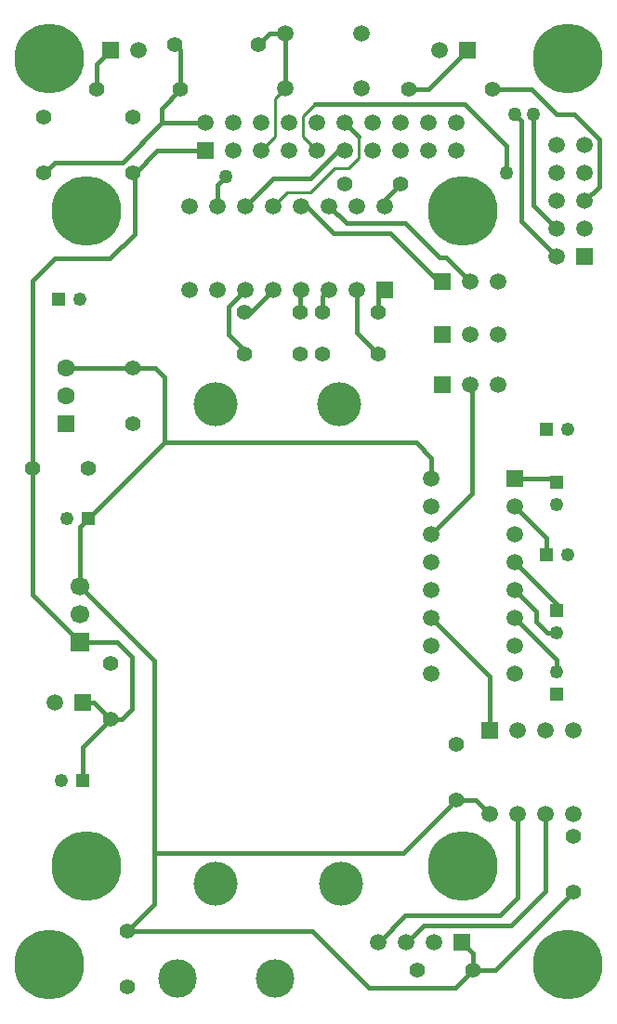
<source format=gbl>
%FSDAX24Y24*%
%MOIN*%
%SFA1B1*%

%IPPOS*%
%ADD11C,0.010000*%
%ADD12C,0.015000*%
%ADD13C,0.059100*%
%ADD14R,0.059100X0.059100*%
%ADD15C,0.055100*%
%ADD16C,0.049200*%
%ADD17R,0.049200X0.049200*%
%ADD18R,0.059100X0.059100*%
%ADD19C,0.059100*%
%ADD20R,0.049200X0.049200*%
%ADD21C,0.066900*%
%ADD22R,0.066900X0.066900*%
%ADD23R,0.059100X0.059100*%
%ADD24C,0.250000*%
%ADD25R,0.059100X0.059100*%
%ADD26C,0.137800*%
%ADD27C,0.157500*%
%ADD28R,0.063000X0.063000*%
%ADD29C,0.063000*%
%ADD30C,0.050000*%
%LNboardr2-1*%
%LPC*%
G36*
X050956Y070593D02*
X050903Y070586D01*
X050807Y070546*
X050724Y070482*
X050660Y070400*
X050620Y070303*
X050613Y070250*
X050956*
Y070593*
G37*
G36*
X067097Y071081D02*
X066981Y071065D01*
X066872Y071020*
X066779Y070949*
X066708Y070856*
X066663Y070748*
X066648Y070631*
X066663Y070515*
X066708Y070407*
X066779Y070314*
X066872Y070243*
X066981Y070198*
X067097Y070182*
X067207Y070197*
X067337Y070067*
X067309Y070026*
X067213Y070065*
X067097Y070081*
X066981Y070065*
X066872Y070020*
X066779Y069949*
X066708Y069856*
X066663Y069748*
X066648Y069632*
X066663Y069515*
X066708Y069407*
X066779Y069314*
X066872Y069243*
X066981Y069198*
X067097Y069182*
X067213Y069198*
X067321Y069243*
X067414Y069314*
X067486Y069407*
X067531Y069515*
X067546Y069632*
X067531Y069748*
X067491Y069844*
X067533Y069871*
X067977Y069427*
Y069296*
X067810*
Y068504*
X068602*
Y068681*
X068604Y068682*
X068650Y068698*
X068711Y068618*
X068794Y068554*
X068890Y068514*
X068944Y068507*
Y068900*
Y069293*
X068890Y069286*
X068794Y069246*
X068711Y069182*
X068650Y069102*
X068604Y069118*
X068602Y069119*
Y069296*
X068436*
Y069522*
X068418Y069610*
X068369Y069684*
X067531Y070521*
X067546Y070631*
X067531Y070748*
X067486Y070856*
X067414Y070949*
X067321Y071020*
X067213Y071065*
X067097Y071081*
G37*
G36*
X064047Y070581D02*
X063654D01*
X063663Y070515*
X063708Y070407*
X063779Y070314*
X063872Y070243*
X063981Y070198*
X064047Y070189*
Y070581*
G37*
G36*
X067542Y072077D02*
X066652D01*
Y071186*
X067542*
Y071402*
X068204*
Y071098*
X068381*
X068382Y071096*
X068398Y071050*
X068318Y070989*
X068254Y070906*
X068214Y070810*
X068201Y070706*
X068214Y070603*
X068254Y070507*
X068318Y070424*
X068400Y070360*
X068497Y070320*
X068600Y070307*
X068703Y070320*
X068800Y070360*
X068882Y070424*
X068946Y070507*
X068986Y070603*
X069000Y070706*
X068986Y070810*
X068946Y070906*
X068882Y070989*
X068800Y071052*
X068714Y071088*
X068703Y071092*
X068704Y071098*
X068996*
Y071890*
X068204*
Y071861*
X067542*
Y072077*
G37*
G36*
X065500Y075449D02*
X065384Y075434D01*
X065275Y075389*
X065182Y075318*
X065111Y075225*
X065066Y075116*
X065051Y075000*
X065066Y074884*
X065111Y074775*
X065182Y074682*
X065275Y074611*
X065331Y074588*
Y071199*
X064539Y070408*
X064498Y070436*
X064531Y070515*
X064539Y070581*
X064147*
Y070189*
X064213Y070198*
X064293Y070231*
X064321Y070189*
X064199Y070067*
X064097Y070081*
X063981Y070065*
X063872Y070020*
X063779Y069949*
X063708Y069856*
X063663Y069748*
X063648Y069632*
X063663Y069515*
X063708Y069407*
X063779Y069314*
X063872Y069243*
X063981Y069198*
X064097Y069182*
X064213Y069198*
X064321Y069243*
X064414Y069314*
X064486Y069407*
X064531Y069515*
X064546Y069632*
X064531Y069748*
X064530Y069750*
X065722Y070942*
X065772Y071016*
X065789Y071104*
Y074661*
X065818Y074682*
X065889Y074775*
X065934Y074884*
X065949Y075000*
X065934Y075116*
X065889Y075225*
X065818Y075318*
X065725Y075389*
X065616Y075434*
X065500Y075449*
G37*
G36*
X051750Y071950D02*
X051377D01*
X051385Y071889*
X051428Y071785*
X051496Y071696*
X051585Y071628*
X051689Y071585*
X051750Y071577*
Y071950*
G37*
G36*
X064047Y071074D02*
X063981Y071065D01*
X063872Y071020*
X063779Y070949*
X063708Y070856*
X063663Y070748*
X063654Y070682*
X064047*
Y071074*
G37*
G36*
X064147D02*
Y070682D01*
X064539*
X064531Y070748*
X064486Y070856*
X064414Y070949*
X064321Y071020*
X064213Y071065*
X064147Y071074*
G37*
G36*
X050956Y070150D02*
X050613D01*
X050620Y070097*
X050660Y070000*
X050724Y069918*
X050807Y069854*
X050903Y069814*
X050956Y069807*
Y070150*
G37*
G36*
X052550Y065423D02*
X052489Y065415D01*
X052385Y065372*
X052296Y065304*
X052228Y065215*
X052185Y065111*
X052177Y065050*
X052550*
Y065423*
G37*
G36*
X064097Y067081D02*
X063981Y067065D01*
X063872Y067020*
X063779Y066949*
X063708Y066856*
X063663Y066748*
X063648Y066631*
X063663Y066515*
X063708Y066407*
X063779Y066314*
X063872Y066243*
X063981Y066198*
X064097Y066182*
X064207Y066197*
X064337Y066067*
X064309Y066026*
X064213Y066065*
X064097Y066081*
X063981Y066065*
X063872Y066020*
X063779Y065949*
X063708Y065856*
X063663Y065748*
X063648Y065631*
X063663Y065515*
X063708Y065407*
X063779Y065314*
X063872Y065243*
X063981Y065198*
X064097Y065182*
X064213Y065198*
X064321Y065243*
X064414Y065314*
X064486Y065407*
X064531Y065515*
X064546Y065631*
X064531Y065748*
X064491Y065844*
X064533Y065871*
X065971Y064433*
Y063045*
X065755*
Y062155*
X066645*
Y063045*
X066429*
Y064528*
X066412Y064616*
X066362Y064691*
X064531Y066521*
X064546Y066631*
X064531Y066748*
X064486Y066856*
X064414Y066949*
X064321Y067020*
X064213Y067065*
X064097Y067081*
G37*
G36*
X052550Y064950D02*
X052177D01*
X052185Y064889*
X052228Y064785*
X052296Y064696*
X052385Y064628*
X052489Y064585*
X052550Y064577*
Y064950*
G37*
G36*
X053023D02*
X052650D01*
Y064577*
X052711Y064585*
X052815Y064628*
X052904Y064696*
X052972Y064785*
X053015Y064889*
X053023Y064950*
G37*
G36*
X064097Y068081D02*
X063981Y068065D01*
X063872Y068020*
X063779Y067949*
X063708Y067856*
X063663Y067748*
X063648Y067632*
X063663Y067515*
X063708Y067407*
X063779Y067314*
X063872Y067243*
X063981Y067198*
X064097Y067182*
X064213Y067198*
X064321Y067243*
X064414Y067314*
X064486Y067407*
X064531Y067515*
X064546Y067632*
X064531Y067748*
X064486Y067856*
X064414Y067949*
X064321Y068020*
X064213Y068065*
X064097Y068081*
G37*
G36*
X069387Y068850D02*
X069044D01*
Y068507*
X069097Y068514*
X069193Y068554*
X069276Y068618*
X069340Y068700*
X069380Y068797*
X069387Y068850*
G37*
G36*
X069044Y069293D02*
Y068950D01*
X069387*
X069380Y069003*
X069340Y069100*
X069276Y069182*
X069193Y069246*
X069097Y069286*
X069044Y069293*
G37*
G36*
X067097Y069081D02*
X066981Y069065D01*
X066872Y069020*
X066779Y068949*
X066708Y068856*
X066663Y068748*
X066648Y068632*
X066663Y068515*
X066708Y068407*
X066779Y068314*
X066872Y068243*
X066981Y068198*
X067097Y068182*
X067207Y068197*
X067337Y068067*
X067309Y068026*
X067213Y068065*
X067097Y068081*
X066981Y068065*
X066872Y068020*
X066779Y067949*
X066708Y067856*
X066663Y067748*
X066648Y067632*
X066663Y067515*
X066708Y067407*
X066779Y067314*
X066872Y067243*
X066981Y067198*
X067097Y067182*
X067207Y067197*
X067337Y067067*
X067309Y067026*
X067213Y067065*
X067097Y067081*
X066981Y067065*
X066872Y067020*
X066779Y066949*
X066708Y066856*
X066663Y066748*
X066648Y066631*
X066663Y066515*
X066708Y066407*
X066779Y066314*
X066872Y066243*
X066981Y066198*
X067097Y066182*
X067207Y066197*
X067337Y066067*
X067309Y066026*
X067213Y066065*
X067097Y066081*
X066981Y066065*
X066872Y066020*
X066779Y065949*
X066708Y065856*
X066663Y065748*
X066648Y065631*
X066663Y065515*
X066708Y065407*
X066779Y065314*
X066872Y065243*
X066981Y065198*
X067097Y065182*
X067213Y065198*
X067321Y065243*
X067414Y065314*
X067486Y065407*
X067531Y065515*
X067546Y065631*
X067531Y065748*
X067491Y065844*
X067533Y065871*
X068353Y065051*
X068350Y065001*
X068318Y064976*
X068254Y064893*
X068214Y064797*
X068201Y064694*
X068214Y064590*
X068254Y064494*
X068318Y064411*
X068398Y064350*
X068382Y064304*
X068381Y064302*
X068204*
Y063956*
X068996*
Y064302*
X068819*
X068818Y064304*
X068802Y064350*
X068882Y064411*
X068946Y064494*
X068986Y064590*
X069000Y064694*
X068986Y064797*
X068946Y064893*
X068882Y064976*
X068829Y065017*
Y065128*
X068812Y065216*
X068762Y065291*
X068220Y065833*
X068235Y065862*
X068285Y065866*
X068318Y065824*
X068400Y065760*
X068497Y065720*
X068600Y065707*
X068703Y065720*
X068800Y065760*
X068882Y065824*
X068946Y065907*
X068986Y066003*
X069000Y066106*
X068986Y066210*
X068946Y066306*
X068882Y066389*
X068800Y066452*
X068714Y066488*
X068703Y066492*
X068704Y066498*
X068996*
Y067290*
X068763*
X068762Y067291*
X067531Y068521*
X067546Y068632*
X067531Y068748*
X067486Y068856*
X067414Y068949*
X067321Y069020*
X067213Y069065*
X067097Y069081*
G37*
G36*
X064097D02*
X063981Y069065D01*
X063872Y069020*
X063779Y068949*
X063708Y068856*
X063663Y068748*
X063648Y068632*
X063663Y068515*
X063708Y068407*
X063779Y068314*
X063872Y068243*
X063981Y068198*
X064097Y068182*
X064213Y068198*
X064321Y068243*
X064414Y068314*
X064486Y068407*
X064531Y068515*
X064546Y068632*
X064531Y068748*
X064486Y068856*
X064414Y068949*
X064321Y069020*
X064213Y069065*
X064097Y069081*
G37*
G36*
X052223Y071950D02*
X051850D01*
Y071577*
X051911Y071585*
X052015Y071628*
X052104Y071696*
X052172Y071785*
X052215Y071889*
X052223Y071950*
G37*
G36*
X051465Y074065D02*
X051050D01*
Y073650*
X051465*
Y074065*
G37*
G36*
X053350Y074023D02*
X053289Y074015D01*
X053185Y073972*
X053096Y073904*
X053028Y073815*
X052985Y073711*
X052977Y073650*
X053350*
Y074023*
G37*
G36*
X069044Y073793D02*
Y073450D01*
X069387*
X069380Y073503*
X069340Y073600*
X069276Y073682*
X069193Y073746*
X069097Y073786*
X069044Y073793*
G37*
G36*
X050950Y074065D02*
X050535D01*
Y073650*
X050950*
Y074065*
G37*
G36*
X053450Y074023D02*
Y073650D01*
X053823*
X053815Y073711*
X053772Y073815*
X053704Y073904*
X053615Y073972*
X053511Y074015*
X053450Y074023*
G37*
G36*
X066450Y074950D02*
X066057D01*
X066066Y074884*
X066111Y074775*
X066182Y074682*
X066275Y074611*
X066384Y074566*
X066450Y074557*
Y074950*
G37*
G36*
X066943D02*
X066550D01*
Y074557*
X066616Y074566*
X066725Y074611*
X066818Y074682*
X066889Y074775*
X066934Y074884*
X066943Y074950*
G37*
G36*
X051000Y075069D02*
X050879Y075053D01*
X050766Y075006*
X050668Y074932*
X050594Y074834*
X050547Y074721*
X050531Y074600*
X050547Y074479*
X050594Y074366*
X050668Y074268*
X050766Y074194*
X050879Y074147*
X051000Y074131*
X051121Y074147*
X051234Y074194*
X051332Y074268*
X051406Y074366*
X051453Y074479*
X051469Y074600*
X051453Y074721*
X051406Y074834*
X051332Y074932*
X051234Y075006*
X051121Y075053*
X051000Y075069*
G37*
G36*
X064945Y075445D02*
X064055D01*
Y074555*
X064945*
Y075445*
G37*
G36*
X060800Y075242D02*
X060616Y075224D01*
X060440Y075170*
X060277Y075083*
X060134Y074966*
X060017Y074823*
X059930Y074660*
X059876Y074484*
X059858Y074300*
X059876Y074116*
X059930Y073940*
X060017Y073777*
X060134Y073634*
X060277Y073517*
X060440Y073430*
X060616Y073376*
X060800Y073358*
X060984Y073376*
X061160Y073430*
X061323Y073517*
X061466Y073634*
X061583Y073777*
X061670Y073940*
X061724Y074116*
X061742Y074300*
X061724Y074484*
X061670Y074660*
X061583Y074823*
X061466Y074966*
X061323Y075083*
X061160Y075170*
X060984Y075224*
X060800Y075242*
G37*
G36*
X068602Y073796D02*
X067810D01*
Y073004*
X068602*
Y073181*
X068604Y073182*
X068650Y073198*
X068711Y073118*
X068794Y073054*
X068890Y073014*
X068944Y073007*
Y073400*
Y073793*
X068890Y073786*
X068794Y073746*
X068711Y073682*
X068650Y073602*
X068604Y073618*
X068602Y073619*
Y073796*
G37*
G36*
X069387Y073350D02*
X069044D01*
Y073007*
X069097Y073014*
X069193Y073054*
X069276Y073118*
X069340Y073200*
X069380Y073297*
X069387Y073350*
G37*
G36*
X051750Y072423D02*
X051689Y072415D01*
X051585Y072372*
X051496Y072304*
X051428Y072215*
X051385Y072111*
X051377Y072050*
X051750*
Y072423*
G37*
G36*
X051850D02*
Y072050D01*
X052223*
X052215Y072111*
X052172Y072215*
X052104Y072304*
X052015Y072372*
X051911Y072415*
X051850Y072423*
G37*
G36*
X050950Y073550D02*
X050535D01*
Y073135*
X050950*
Y073550*
G37*
G36*
X053823D02*
X053450D01*
Y073177*
X053511Y073185*
X053615Y073228*
X053704Y073296*
X053772Y073385*
X053815Y073489*
X053823Y073550*
G37*
G36*
X056350Y075242D02*
X056166Y075224D01*
X055990Y075170*
X055827Y075083*
X055684Y074966*
X055567Y074823*
X055480Y074660*
X055426Y074484*
X055408Y074300*
X055426Y074116*
X055480Y073940*
X055567Y073777*
X055684Y073634*
X055827Y073517*
X055990Y073430*
X056166Y073376*
X056350Y073358*
X056534Y073376*
X056710Y073430*
X056873Y073517*
X057016Y073634*
X057133Y073777*
X057220Y073940*
X057274Y074116*
X057292Y074300*
X057274Y074484*
X057220Y074660*
X057133Y074823*
X057016Y074966*
X056873Y075083*
X056710Y075170*
X056534Y075224*
X056350Y075242*
G37*
G36*
X051465Y073550D02*
X051050D01*
Y073135*
X051465*
Y073550*
G37*
G36*
X053350D02*
X052977D01*
X052985Y073489*
X053028Y073385*
X053096Y073296*
X053185Y073228*
X053289Y073185*
X053350Y073177*
Y073550*
G37*
G36*
X067097Y065081D02*
X066981Y065065D01*
X066872Y065020*
X066779Y064949*
X066708Y064856*
X066663Y064748*
X066648Y064632*
X066663Y064515*
X066708Y064407*
X066779Y064314*
X066872Y064243*
X066981Y064198*
X067097Y064182*
X067213Y064198*
X067321Y064243*
X067414Y064314*
X067486Y064407*
X067531Y064515*
X067546Y064632*
X067531Y064748*
X067486Y064856*
X067414Y064949*
X067321Y065020*
X067213Y065065*
X067097Y065081*
G37*
G36*
X069250Y060043D02*
Y059650D01*
X069643*
X069634Y059716*
X069589Y059825*
X069518Y059918*
X069425Y059989*
X069316Y060034*
X069250Y060043*
G37*
G36*
X050756Y060750D02*
X050413D01*
X050420Y060697*
X050460Y060600*
X050524Y060518*
X050607Y060454*
X050703Y060414*
X050756Y060407*
Y060750*
G37*
G36*
X069643Y059550D02*
X068757D01*
X068766Y059484*
X068811Y059375*
X068882Y059282*
X068973Y059213*
Y059206*
X068947Y059142*
X068896Y059104*
X068828Y059015*
X068785Y058911*
X068777Y058850*
X069623*
X069615Y058911*
X069572Y059015*
X069504Y059104*
X069415Y059172*
Y059207*
X069425Y059211*
X069518Y059282*
X069589Y059375*
X069634Y059484*
X069643Y059550*
G37*
G36*
X069150Y060043D02*
X069084Y060034D01*
X068975Y059989*
X068882Y059918*
X068811Y059825*
X068766Y059716*
X068757Y059650*
X069150*
Y060043*
G37*
G36*
X050756Y061193D02*
X050703Y061186D01*
X050607Y061146*
X050524Y061082*
X050460Y061000*
X050420Y060903*
X050413Y060850*
X050756*
Y061193*
G37*
G36*
X064950Y062523D02*
X064889Y062515D01*
X064785Y062472*
X064696Y062404*
X064628Y062315*
X064585Y062211*
X064577Y062150*
X064950*
Y062523*
G37*
G36*
X065050D02*
Y062150D01*
X065423*
X065415Y062211*
X065372Y062315*
X065304Y062404*
X065215Y062472*
X065111Y062515*
X065050Y062523*
G37*
G36*
X064950Y062050D02*
X064577D01*
X064585Y061989*
X064628Y061885*
X064696Y061796*
X064785Y061728*
X064889Y061685*
X064950Y061677*
Y062050*
G37*
G36*
X065423D02*
X065050D01*
Y061677*
X065111Y061685*
X065215Y061728*
X065304Y061796*
X065372Y061885*
X065415Y061989*
X065423Y062050*
G37*
G36*
X069623Y058750D02*
X069250D01*
Y058377*
X069311Y058385*
X069415Y058428*
X069504Y058496*
X069572Y058585*
X069615Y058689*
X069623Y058750*
G37*
G36*
X063550Y054423D02*
X063489Y054415D01*
X063385Y054372*
X063296Y054304*
X063228Y054215*
X063185Y054111*
X063177Y054050*
X063550*
Y054423*
G37*
G36*
X063650D02*
Y054050D01*
X064023*
X064015Y054111*
X063972Y054215*
X063904Y054304*
X063815Y054372*
X063711Y054415*
X063650Y054423*
G37*
G36*
X053150Y053823D02*
X053089Y053815D01*
X052985Y053772*
X052896Y053704*
X052828Y053615*
X052785Y053511*
X052777Y053450*
X053150*
Y053823*
G37*
G36*
X053250D02*
Y053450D01*
X053623*
X053615Y053511*
X053572Y053615*
X053504Y053704*
X053415Y053772*
X053311Y053815*
X053250Y053823*
G37*
G36*
X064150Y054950D02*
X063757D01*
X063766Y054884*
X063811Y054775*
X063882Y054682*
X063975Y054611*
X064084Y054566*
X064150Y054557*
Y054950*
G37*
G36*
X065234Y059140D02*
X065014Y059123D01*
X064800Y059071*
X064596Y058987*
X064408Y058872*
X064241Y058729*
X064098Y058561*
X063983Y058373*
X063898Y058170*
X063847Y057956*
X063830Y057736*
X063847Y057516*
X063898Y057302*
X063983Y057098*
X064098Y056910*
X064241Y056743*
X064408Y056600*
X064596Y056485*
X064800Y056400*
X065014Y056349*
X065234Y056331*
X065454Y056349*
X065668Y056400*
X065871Y056485*
X066059Y056600*
X066227Y056743*
X066370Y056910*
X066485Y057098*
X066569Y057302*
X066621Y057516*
X066638Y057736*
X066621Y057956*
X066569Y058170*
X066485Y058373*
X066370Y058561*
X066227Y058729*
X066059Y058872*
X065871Y058987*
X065668Y059071*
X065454Y059123*
X065234Y059140*
G37*
G36*
X069150Y058750D02*
X068777D01*
X068785Y058689*
X068828Y058585*
X068896Y058496*
X068985Y058428*
X069089Y058385*
X069150Y058377*
Y058750*
G37*
G36*
X064643Y054950D02*
X064250D01*
Y054557*
X064316Y054566*
X064425Y054611*
X064518Y054682*
X064589Y054775*
X064634Y054884*
X064643Y054950*
G37*
G36*
X051734Y059140D02*
X051514Y059123D01*
X051300Y059071*
X051096Y058987*
X050908Y058872*
X050741Y058729*
X050598Y058561*
X050483Y058373*
X050398Y058170*
X050347Y057956*
X050330Y057736*
X050347Y057516*
X050398Y057302*
X050483Y057098*
X050598Y056910*
X050741Y056743*
X050908Y056600*
X051096Y056485*
X051300Y056400*
X051514Y056349*
X051734Y056331*
X051954Y056349*
X052168Y056400*
X052371Y056485*
X052559Y056600*
X052727Y056743*
X052870Y056910*
X052985Y057098*
X053069Y057302*
X053121Y057516*
X053138Y057736*
X053121Y057956*
X053069Y058170*
X052985Y058373*
X052870Y058561*
X052727Y058729*
X052559Y058872*
X052371Y058987*
X052168Y059071*
X051954Y059123*
X051734Y059140*
G37*
G36*
X050550Y063550D02*
X050157D01*
X050166Y063484*
X050211Y063375*
X050282Y063282*
X050375Y063211*
X050484Y063166*
X050550Y063157*
Y063550*
G37*
G36*
X051043D02*
X050650D01*
Y063157*
X050716Y063166*
X050825Y063211*
X050918Y063282*
X050989Y063375*
X051034Y063484*
X051043Y063550*
G37*
G36*
X069150Y063043D02*
X069084Y063034D01*
X068975Y062989*
X068882Y062918*
X068811Y062825*
X068766Y062716*
X068757Y062650*
X069150*
Y063043*
G37*
G36*
X069250D02*
Y062650D01*
X069643*
X069634Y062716*
X069589Y062825*
X069518Y062918*
X069425Y062989*
X069316Y063034*
X069250Y063043*
G37*
G36*
X068550Y063856D02*
X068204D01*
Y063510*
X068550*
Y063856*
G37*
G36*
X050650Y064043D02*
Y063650D01*
X051043*
X051034Y063716*
X050989Y063825*
X050918Y063918*
X050825Y063989*
X050716Y064034*
X050650Y064043*
G37*
G36*
X064097Y065081D02*
X063981Y065065D01*
X063872Y065020*
X063779Y064949*
X063708Y064856*
X063663Y064748*
X063648Y064632*
X063663Y064515*
X063708Y064407*
X063779Y064314*
X063872Y064243*
X063981Y064198*
X064097Y064182*
X064213Y064198*
X064321Y064243*
X064414Y064314*
X064486Y064407*
X064531Y064515*
X064546Y064632*
X064531Y064748*
X064486Y064856*
X064414Y064949*
X064321Y065020*
X064213Y065065*
X064097Y065081*
G37*
G36*
X068996Y063856D02*
X068650D01*
Y063510*
X068996*
Y063856*
G37*
G36*
X050550Y064043D02*
X050484Y064034D01*
X050375Y063989*
X050282Y063918*
X050211Y063825*
X050166Y063716*
X050157Y063650*
X050550*
Y064043*
G37*
G36*
X068250Y063043D02*
Y062650D01*
X068643*
X068634Y062716*
X068589Y062825*
X068518Y062918*
X068425Y062989*
X068316Y063034*
X068250Y063043*
G37*
G36*
X068150Y062550D02*
X067757D01*
X067766Y062484*
X067811Y062375*
X067882Y062282*
X067975Y062211*
X068084Y062166*
X068150Y062157*
Y062550*
G37*
G36*
X068643D02*
X068250D01*
Y062157*
X068316Y062166*
X068425Y062211*
X068518Y062282*
X068589Y062375*
X068634Y062484*
X068643Y062550*
G37*
G36*
X067150D02*
X066757D01*
X066766Y062484*
X066811Y062375*
X066882Y062282*
X066975Y062211*
X067084Y062166*
X067150Y062157*
Y062550*
G37*
G36*
X067643D02*
X067250D01*
Y062157*
X067316Y062166*
X067425Y062211*
X067518Y062282*
X067589Y062375*
X067634Y062484*
X067643Y062550*
G37*
G36*
X069150D02*
X068757D01*
X068766Y062484*
X068811Y062375*
X068882Y062282*
X068975Y062211*
X069084Y062166*
X069150Y062157*
Y062550*
G37*
G36*
X067250Y063043D02*
Y062650D01*
X067643*
X067634Y062716*
X067589Y062825*
X067518Y062918*
X067425Y062989*
X067316Y063034*
X067250Y063043*
G37*
G36*
X068150D02*
X068084Y063034D01*
X067975Y062989*
X067882Y062918*
X067811Y062825*
X067766Y062716*
X067757Y062650*
X068150*
Y063043*
G37*
G36*
X069643Y062550D02*
X069250D01*
Y062157*
X069316Y062166*
X069425Y062211*
X069518Y062282*
X069589Y062375*
X069634Y062484*
X069643Y062550*
G37*
G36*
X067150Y063043D02*
X067084Y063034D01*
X066975Y062989*
X066882Y062918*
X066811Y062825*
X066766Y062716*
X066757Y062650*
X067150*
Y063043*
G37*
G36*
X060443Y084350D02*
X060050D01*
Y083957*
X060116Y083966*
X060225Y084011*
X060318Y084082*
X060389Y084175*
X060434Y084284*
X060443Y084350*
G37*
G36*
X062950D02*
X062557D01*
X062566Y084284*
X062611Y084175*
X062682Y084082*
X062775Y084011*
X062884Y083966*
X062950Y083957*
Y084350*
G37*
G36*
X068650Y084043D02*
Y083650D01*
X069043*
X069034Y083716*
X068989Y083825*
X068918Y083918*
X068825Y083989*
X068716Y084034*
X068650Y084043*
G37*
G36*
X057000Y084849D02*
X056884Y084834D01*
X056775Y084789*
X056682Y084718*
X056611Y084625*
X056566Y084516*
X056551Y084400*
X056566Y084284*
X056611Y084175*
X056682Y084082*
X056775Y084011*
X056884Y083966*
X057000Y083951*
X057116Y083966*
X057225Y084011*
X057318Y084082*
X057389Y084175*
X057434Y084284*
X057449Y084400*
X057434Y084516*
X057389Y084625*
X057318Y084718*
X057225Y084789*
X057116Y084834*
X057000Y084849*
G37*
G36*
X063443Y084350D02*
X063050D01*
Y083957*
X063116Y083966*
X063225Y084011*
X063318Y084082*
X063389Y084175*
X063434Y084284*
X063443Y084350*
G37*
G36*
X050150Y084550D02*
X049777D01*
X049785Y084489*
X049828Y084385*
X049896Y084296*
X049985Y084228*
X050089Y084185*
X050150Y084177*
Y084550*
G37*
G36*
X050623D02*
X050250D01*
Y084177*
X050311Y084185*
X050415Y084228*
X050504Y084296*
X050572Y084385*
X050615Y084489*
X050623Y084550*
G37*
G36*
X063950Y084350D02*
X063557D01*
X063566Y084284*
X063611Y084175*
X063682Y084082*
X063775Y084011*
X063884Y083966*
X063950Y083957*
Y084350*
G37*
G36*
X064443D02*
X064050D01*
Y083957*
X064116Y083966*
X064225Y084011*
X064318Y084082*
X064389Y084175*
X064434Y084284*
X064443Y084350*
G37*
G36*
X068550Y084043D02*
X068484Y084034D01*
X068375Y083989*
X068282Y083918*
X068211Y083825*
X068166Y083716*
X068157Y083650*
X068550*
Y084043*
G37*
G36*
X064000Y083849D02*
X063884Y083834D01*
X063775Y083789*
X063682Y083718*
X063611Y083625*
X063566Y083516*
X063551Y083400*
X063566Y083284*
X063611Y083175*
X063682Y083082*
X063775Y083011*
X063884Y082966*
X064000Y082951*
X064116Y082966*
X064225Y083011*
X064318Y083082*
X064389Y083175*
X064434Y083284*
X064449Y083400*
X064434Y083516*
X064389Y083625*
X064318Y083718*
X064225Y083789*
X064116Y083834*
X064000Y083849*
G37*
G36*
X065000D02*
X064884Y083834D01*
X064775Y083789*
X064682Y083718*
X064611Y083625*
X064566Y083516*
X064551Y083400*
X064566Y083284*
X064611Y083175*
X064682Y083082*
X064775Y083011*
X064884Y082966*
X065000Y082951*
X065116Y082966*
X065225Y083011*
X065318Y083082*
X065389Y083175*
X065434Y083284*
X065449Y083400*
X065434Y083516*
X065389Y083625*
X065318Y083718*
X065225Y083789*
X065116Y083834*
X065000Y083849*
G37*
G36*
X059000D02*
X058884Y083834D01*
X058775Y083789*
X058682Y083718*
X058611Y083625*
X058566Y083516*
X058551Y083400*
X058566Y083284*
X058611Y083175*
X058682Y083082*
X058775Y083011*
X058884Y082966*
X059000Y082951*
X059116Y082966*
X059225Y083011*
X059318Y083082*
X059389Y083175*
X059434Y083284*
X059449Y083400*
X059434Y083516*
X059389Y083625*
X059318Y083718*
X059225Y083789*
X059116Y083834*
X059000Y083849*
G37*
G36*
X063000D02*
X062884Y083834D01*
X062775Y083789*
X062682Y083718*
X062611Y083625*
X062566Y083516*
X062551Y083400*
X062566Y083284*
X062611Y083175*
X062682Y083082*
X062775Y083011*
X062884Y082966*
X063000Y082951*
X063116Y082966*
X063225Y083011*
X063318Y083082*
X063389Y083175*
X063434Y083284*
X063449Y083400*
X063434Y083516*
X063389Y083625*
X063318Y083718*
X063225Y083789*
X063116Y083834*
X063000Y083849*
G37*
G36*
X062443Y083350D02*
X062050D01*
Y082957*
X062116Y082966*
X062225Y083011*
X062318Y083082*
X062389Y083175*
X062434Y083284*
X062443Y083350*
G37*
G36*
X069550Y083550D02*
X069157D01*
X069166Y083484*
X069211Y083375*
X069282Y083282*
X069375Y083211*
X069484Y083166*
X069550Y083157*
Y083550*
G37*
G36*
X062050Y083843D02*
Y083450D01*
X062443*
X062434Y083516*
X062389Y083625*
X062318Y083718*
X062225Y083789*
X062116Y083834*
X062050Y083843*
G37*
G36*
X068550Y083550D02*
X068157D01*
X068166Y083484*
X068211Y083375*
X068282Y083282*
X068375Y083211*
X068484Y083166*
X068550Y083157*
Y083550*
G37*
G36*
X069043D02*
X068650D01*
Y083157*
X068716Y083166*
X068825Y083211*
X068918Y083282*
X068989Y083375*
X069034Y083484*
X069043Y083550*
G37*
G36*
X064350Y086950D02*
X063957D01*
X063966Y086884*
X064011Y086775*
X064082Y086682*
X064175Y086611*
X064284Y086566*
X064350Y086557*
Y086950*
G37*
G36*
X053550Y087443D02*
X053484Y087434D01*
X053375Y087389*
X053282Y087318*
X053211Y087225*
X053166Y087116*
X053157Y087050*
X053550*
Y087443*
G37*
G36*
Y086950D02*
X053157D01*
X053166Y086884*
X053211Y086775*
X053282Y086682*
X053375Y086611*
X053484Y086566*
X053550Y086557*
Y086950*
G37*
G36*
X054043D02*
X053650D01*
Y086557*
X053716Y086566*
X053825Y086611*
X053918Y086682*
X053989Y086775*
X054034Y086884*
X054043Y086950*
G37*
G36*
X053650Y087443D02*
Y087050D01*
X054043*
X054034Y087116*
X053989Y087225*
X053918Y087318*
X053825Y087389*
X053716Y087434*
X053650Y087443*
G37*
G36*
X061547Y087553D02*
X061154D01*
X061163Y087487*
X061208Y087379*
X061279Y087286*
X061372Y087214*
X061481Y087169*
X061547Y087161*
Y087553*
G37*
G36*
X062039D02*
X061647D01*
Y087161*
X061713Y087169*
X061821Y087214*
X061914Y087286*
X061986Y087379*
X062031Y087487*
X062039Y087553*
G37*
G36*
X064350Y087443D02*
X064284Y087434D01*
X064175Y087389*
X064082Y087318*
X064011Y087225*
X063966Y087116*
X063957Y087050*
X064350*
Y087443*
G37*
G36*
X064450D02*
Y087050D01*
X064843*
X064834Y087116*
X064789Y087225*
X064718Y087318*
X064625Y087389*
X064516Y087434*
X064450Y087443*
G37*
G36*
X061647Y086077D02*
Y085685D01*
X062039*
X062031Y085751*
X061986Y085859*
X061914Y085952*
X061821Y086024*
X061713Y086068*
X061647Y086077*
G37*
G36*
X050150Y085023D02*
X050089Y085015D01*
X049985Y084972*
X049896Y084904*
X049828Y084815*
X049785Y084711*
X049777Y084650*
X050150*
Y085023*
G37*
G36*
X050250D02*
Y084650D01*
X050623*
X050615Y084711*
X050572Y084815*
X050504Y084904*
X050415Y084972*
X050311Y085015*
X050250Y085023*
G37*
G36*
X053350Y084550D02*
X052977D01*
X052985Y084489*
X053028Y084385*
X053096Y084296*
X053185Y084228*
X053289Y084185*
X053350Y084177*
Y084550*
G37*
G36*
X053823D02*
X053450D01*
Y084177*
X053511Y084185*
X053615Y084228*
X053704Y084296*
X053772Y084385*
X053815Y084489*
X053823Y084550*
G37*
G36*
X053350Y085023D02*
X053289Y085015D01*
X053185Y084972*
X053096Y084904*
X053028Y084815*
X052985Y084711*
X052977Y084650*
X053350*
Y085023*
G37*
G36*
X054900Y087629D02*
X054789Y087615D01*
X054685Y087572*
X054596Y087504*
X054528Y087415*
X054485Y087311*
X054471Y087200*
X054485Y087089*
X054528Y086985*
X054596Y086896*
X054685Y086828*
X054789Y086785*
X054871Y086775*
Y085960*
X054796Y085904*
X054728Y085815*
X054685Y085711*
X054671Y085600*
X054683Y085507*
X054258Y085082*
X054208Y085008*
X054191Y084920*
Y084495*
X052915Y083219*
X050590*
X050502Y083202*
X050427Y083152*
X050293Y083017*
X050200Y083029*
X050089Y083015*
X049985Y082972*
X049896Y082904*
X049828Y082815*
X049785Y082711*
X049771Y082600*
X049785Y082489*
X049828Y082385*
X049896Y082296*
X049985Y082228*
X050089Y082185*
X050200Y082171*
X050311Y082185*
X050415Y082228*
X050504Y082296*
X050572Y082385*
X050615Y082489*
X050629Y082600*
X050617Y082693*
X050685Y082760*
X052961*
X052989Y082719*
X052985Y082711*
X052971Y082600*
X052985Y082489*
X053028Y082385*
X053096Y082296*
X053185Y082228*
X053211Y082218*
Y080515*
X052465Y079769*
X050600*
X050512Y079752*
X050438Y079702*
X049638Y078902*
X049588Y078828*
X049571Y078740*
Y072360*
X049496Y072304*
X049428Y072215*
X049385Y072111*
X049371Y072000*
X049385Y071889*
X049428Y071785*
X049496Y071696*
X049561Y071647*
Y067485*
X049578Y067397*
X049628Y067323*
X051015Y065935*
Y065290*
X051985*
Y065545*
X052720*
X052885Y065381*
X052852Y065343*
X052815Y065372*
X052711Y065415*
X052650Y065423*
Y065050*
X053023*
X053015Y065111*
X052972Y065215*
X052943Y065252*
X052981Y065285*
X053131Y065135*
Y063455*
X052963Y063288*
X052913Y063291*
X052904Y063304*
X052815Y063372*
X052711Y063415*
X052600Y063429*
X052507Y063417*
X052162Y063762*
X052088Y063812*
X052045Y063820*
Y064045*
X051155*
Y063155*
X052045*
Y063165*
X052091Y063184*
X052183Y063093*
X052171Y063000*
X052183Y062907*
X051431Y062156*
X051382Y062081*
X051364Y061994*
Y061196*
X051198*
Y061019*
X051196Y061018*
X051150Y061002*
X051089Y061082*
X051006Y061146*
X050910Y061186*
X050856Y061193*
Y060800*
Y060407*
X050910Y060414*
X051006Y060454*
X051089Y060518*
X051150Y060598*
X051196Y060582*
X051198Y060581*
Y060404*
X051990*
Y061196*
X051823*
Y061899*
X052507Y062583*
X052600Y062571*
X052711Y062585*
X052815Y062628*
X052904Y062696*
X052960Y062771*
X053000*
X053088Y062788*
X053162Y062838*
X053522Y063198*
X053572Y063272*
X053589Y063360*
Y065230*
X053574Y065309*
X053618Y065333*
X053941Y065010*
Y058200*
Y056465*
X053293Y055817*
X053200Y055829*
X053089Y055815*
X052985Y055772*
X052896Y055704*
X052828Y055615*
X052785Y055511*
X052771Y055400*
X052785Y055289*
X052828Y055185*
X052896Y055096*
X052985Y055028*
X053089Y054985*
X053200Y054971*
X053311Y054985*
X053415Y055028*
X053504Y055096*
X053560Y055171*
X059725*
X061688Y053208*
X061762Y053158*
X061850Y053141*
X064970*
X065058Y053158*
X065132Y053208*
X065507Y053583*
X065600Y053571*
X065711Y053585*
X065815Y053628*
X065904Y053696*
X065960Y053771*
X066400*
X066488Y053788*
X066562Y053838*
X069107Y056383*
X069200Y056371*
X069311Y056385*
X069415Y056428*
X069504Y056496*
X069572Y056585*
X069615Y056689*
X069629Y056800*
X069615Y056911*
X069572Y057015*
X069504Y057104*
X069415Y057172*
X069311Y057215*
X069200Y057229*
X069089Y057215*
X068985Y057172*
X068896Y057104*
X068828Y057015*
X068785Y056911*
X068771Y056800*
X068783Y056707*
X066305Y054229*
X065960*
X065904Y054304*
X065829Y054360*
Y054600*
X065812Y054688*
X065762Y054762*
X065645Y054879*
Y055381*
X066960*
X067048Y055398*
X067122Y055448*
X068362Y056688*
X068412Y056762*
X068429Y056850*
Y059215*
X068518Y059282*
X068589Y059375*
X068634Y059484*
X068649Y059600*
X068634Y059716*
X068589Y059825*
X068518Y059918*
X068425Y059989*
X068316Y060034*
X068200Y060049*
X068084Y060034*
X067975Y059989*
X067882Y059918*
X067811Y059825*
X067766Y059716*
X067751Y059600*
X067766Y059484*
X067811Y059375*
X067882Y059282*
X067971Y059215*
Y056945*
X066865Y055839*
X066809*
X066790Y055886*
X067362Y056458*
X067412Y056532*
X067429Y056620*
Y059215*
X067518Y059282*
X067589Y059375*
X067634Y059484*
X067649Y059600*
X067634Y059716*
X067589Y059825*
X067518Y059918*
X067425Y059989*
X067316Y060034*
X067200Y060049*
X067084Y060034*
X066975Y059989*
X066882Y059918*
X066811Y059825*
X066766Y059716*
X066751Y059600*
X066766Y059484*
X066811Y059375*
X066882Y059282*
X066971Y059215*
Y056715*
X066445Y056189*
X063169*
X063082Y056172*
X063007Y056122*
X062318Y055433*
X062316Y055434*
X062200Y055449*
X062084Y055434*
X061975Y055389*
X061882Y055318*
X061811Y055225*
X061766Y055116*
X061751Y055000*
X061766Y054884*
X061811Y054775*
X061882Y054682*
X061975Y054611*
X062084Y054566*
X062200Y054551*
X062316Y054566*
X062425Y054611*
X062518Y054682*
X062589Y054775*
X062634Y054884*
X062649Y055000*
X062636Y055102*
X062758Y055224*
X062799Y055196*
X062766Y055116*
X062751Y055000*
X062766Y054884*
X062811Y054775*
X062882Y054682*
X062975Y054611*
X063084Y054566*
X063200Y054551*
X063316Y054566*
X063425Y054611*
X063518Y054682*
X063589Y054775*
X063634Y054884*
X063649Y055000*
X063636Y055102*
X063758Y055224*
X063799Y055196*
X063766Y055116*
X063757Y055050*
X064643*
X064634Y055116*
X064589Y055225*
X064518Y055318*
X064497Y055333*
X064513Y055381*
X064755*
Y054555*
X065321*
X065371Y054505*
Y054360*
X065296Y054304*
X065228Y054215*
X065185Y054111*
X065171Y054000*
X065183Y053907*
X064875Y053599*
X063855*
X063839Y053647*
X063904Y053696*
X063972Y053785*
X064015Y053889*
X064023Y053950*
X063177*
X063185Y053889*
X063228Y053785*
X063296Y053696*
X063361Y053647*
X063345Y053599*
X061945*
X059982Y055562*
X059908Y055612*
X059820Y055629*
X053819*
X053800Y055676*
X054332Y056208*
X054382Y056282*
X054399Y056370*
Y057971*
X055887*
X055899Y057922*
X055827Y057883*
X055684Y057766*
X055567Y057623*
X055480Y057460*
X055426Y057284*
X055408Y057100*
X055426Y056916*
X055480Y056740*
X055567Y056577*
X055684Y056434*
X055827Y056317*
X055990Y056230*
X056166Y056176*
X056350Y056158*
X056534Y056176*
X056710Y056230*
X056873Y056317*
X057016Y056434*
X057133Y056577*
X057220Y056740*
X057274Y056916*
X057292Y057100*
X057274Y057284*
X057220Y057460*
X057133Y057623*
X057016Y057766*
X056873Y057883*
X056710Y057970*
X056711*
Y057971*
X060387*
X060399Y057922*
X060327Y057883*
X060184Y057766*
X060067Y057623*
X059980Y057460*
X059926Y057284*
X059908Y057100*
X059926Y056916*
X059980Y056740*
X060067Y056577*
X060184Y056434*
X060327Y056317*
X060490Y056230*
X060666Y056176*
X060850Y056158*
X061034Y056176*
X061210Y056230*
X061373Y056317*
X061516Y056434*
X061633Y056577*
X061720Y056740*
X061774Y056916*
X061792Y057100*
X061774Y057284*
X061720Y057460*
X061633Y057623*
X061516Y057766*
X061373Y057883*
X061210Y057970*
X061211Y057971*
X063100*
X063188Y057988*
X063262Y058038*
X064907Y059683*
X065000Y059671*
X065111Y059685*
X065215Y059728*
X065304Y059796*
X065360Y059871*
X065605*
X065765Y059710*
X065751Y059600*
X065766Y059484*
X065811Y059375*
X065882Y059282*
X065975Y059211*
X066084Y059166*
X066200Y059151*
X066316Y059166*
X066425Y059211*
X066518Y059282*
X066589Y059375*
X066634Y059484*
X066649Y059600*
X066634Y059716*
X066589Y059825*
X066518Y059918*
X066425Y059989*
X066316Y060034*
X066200Y060049*
X066090Y060035*
X065862Y060262*
X065788Y060312*
X065700Y060329*
X065360*
X065304Y060404*
X065215Y060472*
X065111Y060515*
X065000Y060529*
X064889Y060515*
X064785Y060472*
X064696Y060404*
X064628Y060315*
X064585Y060211*
X064571Y060100*
X064583Y060007*
X063005Y058429*
X054399*
Y065105*
X054382Y065193*
X054332Y065267*
X051966Y067633*
X051972Y067648*
X051989Y067775*
X051972Y067901*
X051923Y068019*
X051846Y068120*
X051744Y068198*
X051729Y068204*
Y069804*
X052190*
Y070272*
X054615Y072697*
X063459*
X063867Y072288*
Y072017*
X063779Y071949*
X063708Y071856*
X063663Y071748*
X063648Y071631*
X063663Y071515*
X063708Y071407*
X063779Y071314*
X063872Y071243*
X063981Y071198*
X064097Y071182*
X064213Y071198*
X064321Y071243*
X064414Y071314*
X064486Y071407*
X064531Y071515*
X064546Y071631*
X064531Y071748*
X064486Y071856*
X064414Y071949*
X064326Y072017*
Y072383*
X064309Y072471*
X064259Y072545*
X063716Y073089*
X063641Y073138*
X063554Y073156*
X054749*
Y075270*
X054732Y075358*
X054682Y075432*
X054352Y075762*
X054278Y075812*
X054190Y075829*
X053760*
X053704Y075904*
X053615Y075972*
X053511Y076015*
X053400Y076029*
X053289Y076015*
X053185Y075972*
X053096Y075904*
X053040Y075829*
X051408*
X051406Y075834*
X051332Y075932*
X051234Y076006*
X051121Y076053*
X051000Y076069*
X050879Y076053*
X050766Y076006*
X050668Y075932*
X050594Y075834*
X050547Y075721*
X050531Y075600*
X050547Y075479*
X050594Y075366*
X050668Y075268*
X050766Y075194*
X050879Y075147*
X051000Y075131*
X051121Y075147*
X051234Y075194*
X051332Y075268*
X051406Y075366*
X051408Y075371*
X053040*
X053096Y075296*
X053185Y075228*
X053289Y075185*
X053400Y075171*
X053511Y075185*
X053615Y075228*
X053704Y075296*
X053760Y075371*
X054095*
X054291Y075175*
Y073021*
X051865Y070596*
X051398*
Y070419*
X051396Y070418*
X051350Y070402*
X051289Y070482*
X051206Y070546*
X051110Y070586*
X051056Y070593*
Y070200*
Y069807*
X051110Y069814*
X051206Y069854*
X051226Y069869*
X051271Y069847*
Y068204*
X051256Y068198*
X051154Y068120*
X051077Y068019*
X051028Y067901*
X051011Y067775*
X051028Y067648*
X051077Y067530*
X051154Y067429*
X051256Y067351*
X051373Y067303*
X051395Y067300*
Y067250*
X051373Y067247*
X051256Y067198*
X051154Y067120*
X051077Y067019*
X051028Y066901*
X051018Y066825*
X051982*
X051972Y066901*
X051967Y066914*
X052008Y066942*
X052918Y066033*
X052894Y065988*
X052815Y066004*
X051985*
Y066259*
X051650*
X051641Y066308*
X051744Y066351*
X051846Y066429*
X051923Y066530*
X051972Y066648*
X051982Y066725*
X051018*
X051028Y066648*
X051033Y066635*
X050992Y066608*
X050019Y067580*
Y071632*
X050104Y071696*
X050172Y071785*
X050215Y071889*
X050229Y072000*
X050215Y072111*
X050172Y072215*
X050104Y072304*
X050029Y072360*
Y078645*
X050695Y079311*
X052560*
X052648Y079328*
X052722Y079378*
X053602Y080258*
X053652Y080332*
X053669Y080420*
Y082270*
X053704Y082296*
X053772Y082385*
X053815Y082489*
X053829Y082600*
X053825Y082631*
X054365Y083171*
X055555*
Y082955*
X056445*
Y083845*
X055555*
Y083629*
X054270*
X054182Y083612*
X054108Y083562*
X053546Y083000*
X053511Y083015*
X053400Y083029*
X053391Y083047*
X054515Y084171*
X055615*
X055682Y084082*
X055775Y084011*
X055884Y083966*
X056000Y083951*
X056116Y083966*
X056225Y084011*
X056318Y084082*
X056389Y084175*
X056434Y084284*
X056449Y084400*
X056434Y084516*
X056389Y084625*
X056318Y084718*
X056225Y084789*
X056116Y084834*
X056000Y084849*
X055884Y084834*
X055775Y084789*
X055682Y084718*
X055615Y084629*
X054649*
Y084825*
X055007Y085183*
X055100Y085171*
X055211Y085185*
X055315Y085228*
X055404Y085296*
X055472Y085385*
X055515Y085489*
X055529Y085600*
X055515Y085711*
X055472Y085815*
X055404Y085904*
X055329Y085960*
Y087000*
X055313Y087084*
X055315Y087089*
X055329Y087200*
X055315Y087311*
X055272Y087415*
X055204Y087504*
X055115Y087572*
X055011Y087615*
X054900Y087629*
G37*
G36*
X061547Y086077D02*
X061481Y086068D01*
X061372Y086024*
X061279Y085952*
X061208Y085859*
X061163Y085751*
X061154Y085685*
X061547*
Y086077*
G37*
G36*
X053450Y085023D02*
Y084650D01*
X053823*
X053815Y084711*
X053772Y084815*
X053704Y084904*
X053615Y084972*
X053511Y085015*
X053450Y085023*
G37*
G36*
X053045Y087445D02*
X052155D01*
Y086879*
X051938Y086662*
X051888Y086588*
X051871Y086500*
Y085960*
X051796Y085904*
X051728Y085815*
X051685Y085711*
X051671Y085600*
X051685Y085489*
X051728Y085385*
X051796Y085296*
X051885Y085228*
X051989Y085185*
X052100Y085171*
X052211Y085185*
X052315Y085228*
X052404Y085296*
X052472Y085385*
X052515Y085489*
X052529Y085600*
X052515Y085711*
X052472Y085815*
X052404Y085904*
X052329Y085960*
Y086405*
X052479Y086555*
X053045*
Y087445*
G37*
G36*
X057000Y083849D02*
X056884Y083834D01*
X056775Y083789*
X056682Y083718*
X056611Y083625*
X056566Y083516*
X056551Y083400*
X056566Y083284*
X056611Y083175*
X056682Y083082*
X056775Y083011*
X056884Y082966*
X057000Y082951*
X057116Y082966*
X057225Y083011*
X057318Y083082*
X057389Y083175*
X057434Y083284*
X057449Y083400*
X057434Y083516*
X057389Y083625*
X057318Y083718*
X057225Y083789*
X057116Y083834*
X057000Y083849*
G37*
G36*
X066450Y077243D02*
X066384Y077234D01*
X066275Y077189*
X066182Y077118*
X066111Y077025*
X066066Y076916*
X066057Y076850*
X066450*
Y077243*
G37*
G36*
X066550D02*
Y076850D01*
X066943*
X066934Y076916*
X066889Y077025*
X066818Y077118*
X066725Y077189*
X066616Y077234*
X066550Y077243*
G37*
G36*
X066450Y076750D02*
X066057D01*
X066066Y076684*
X066111Y076575*
X066182Y076482*
X066275Y076411*
X066384Y076366*
X066450Y076357*
Y076750*
G37*
G36*
X066943D02*
X066550D01*
Y076357*
X066616Y076366*
X066725Y076411*
X066818Y076482*
X066889Y076575*
X066934Y076684*
X066943Y076750*
G37*
G36*
X062872Y078870D02*
X061982D01*
Y078287*
X061965Y078262*
X061948Y078174*
Y077985*
X061874Y077928*
X061805Y077839*
X061763Y077736*
X061748Y077624*
X061763Y077513*
X061805Y077410*
X061874Y077321*
X061963Y077253*
X062066Y077210*
X062177Y077195*
X062288Y077210*
X062392Y077253*
X062481Y077321*
X062549Y077410*
X062592Y077513*
X062606Y077624*
X062592Y077736*
X062549Y077839*
X062481Y077928*
X062476Y077932*
X062492Y077979*
X062872*
Y078870*
G37*
G36*
X060427Y078874D02*
X060311Y078858D01*
X060203Y078813*
X060110Y078742*
X060038Y078649*
X059993Y078541*
X059978Y078424*
X059993Y078308*
X059994Y078306*
X059965Y078262*
X059948Y078174*
Y077985*
X059874Y077928*
X059805Y077839*
X059802Y077831*
X059752*
X059749Y077839*
X059681Y077928*
X059607Y077985*
Y078017*
X059652Y078035*
X059745Y078107*
X059816Y078200*
X059861Y078308*
X059876Y078424*
X059861Y078541*
X059816Y078649*
X059745Y078742*
X059652Y078813*
X059543Y078858*
X059427Y078874*
X059311Y078858*
X059203Y078813*
X059110Y078742*
X059038Y078649*
X058993Y078541*
X058978Y078424*
X058993Y078308*
X059038Y078200*
X059110Y078107*
X059148Y078078*
Y077985*
X059074Y077928*
X059005Y077839*
X058963Y077736*
X058948Y077624*
X058963Y077513*
X059005Y077410*
X059074Y077321*
X059163Y077253*
X059266Y077210*
X059377Y077195*
X059488Y077210*
X059592Y077253*
X059681Y077321*
X059749Y077410*
X059752Y077418*
X059802*
X059805Y077410*
X059874Y077321*
X059963Y077253*
X060066Y077210*
X060177Y077195*
X060288Y077210*
X060392Y077253*
X060481Y077321*
X060549Y077410*
X060592Y077513*
X060606Y077624*
X060592Y077736*
X060549Y077839*
X060481Y077928*
X060425Y077971*
X060427Y077975*
X060543Y077991*
X060652Y078035*
X060745Y078107*
X060816Y078200*
X060861Y078308*
X060876Y078424*
X060861Y078541*
X060816Y078649*
X060745Y078742*
X060652Y078813*
X060543Y078858*
X060427Y078874*
G37*
G36*
X055427D02*
X055311Y078858D01*
X055203Y078813*
X055110Y078742*
X055038Y078649*
X054993Y078541*
X054978Y078424*
X054993Y078308*
X055038Y078200*
X055110Y078107*
X055203Y078035*
X055311Y077991*
X055427Y077975*
X055543Y077991*
X055652Y078035*
X055745Y078107*
X055816Y078200*
X055861Y078308*
X055876Y078424*
X055861Y078541*
X055816Y078649*
X055745Y078742*
X055652Y078813*
X055543Y078858*
X055427Y078874*
G37*
G36*
X051102Y078471D02*
X050310D01*
Y077679*
X051102*
Y077856*
X051104Y077857*
X051150Y077872*
X051211Y077792*
X051294Y077729*
X051390Y077689*
X051444Y077682*
Y078075*
Y078468*
X051390Y078461*
X051294Y078421*
X051211Y078357*
X051150Y078277*
X051104Y078292*
X051102Y078293*
Y078471*
G37*
G36*
X051887Y078025D02*
X051544D01*
Y077682*
X051597Y077689*
X051693Y077729*
X051776Y077792*
X051840Y077875*
X051880Y077971*
X051887Y078025*
G37*
G36*
X064945Y077245D02*
X064055D01*
Y076355*
X064945*
Y077245*
G37*
G36*
X061427Y078874D02*
X061311Y078858D01*
X061203Y078813*
X061110Y078742*
X061038Y078649*
X060993Y078541*
X060978Y078424*
X060993Y078308*
X061038Y078200*
X061110Y078107*
X061198Y078039*
Y076873*
X061215Y076785*
X061265Y076711*
X061783Y076193*
X061771Y076100*
X061785Y075989*
X061828Y075885*
X061896Y075796*
X061985Y075728*
X062089Y075685*
X062200Y075671*
X062311Y075685*
X062415Y075728*
X062504Y075796*
X062572Y075885*
X062615Y075989*
X062629Y076100*
X062615Y076211*
X062572Y076315*
X062504Y076404*
X062415Y076472*
X062311Y076515*
X062200Y076529*
X062107Y076517*
X061657Y076968*
Y078039*
X061745Y078107*
X061816Y078200*
X061861Y078308*
X061876Y078424*
X061861Y078541*
X061816Y078649*
X061745Y078742*
X061652Y078813*
X061543Y078858*
X061427Y078874*
G37*
G36*
X059350Y076050D02*
X058977D01*
X058985Y075989*
X059028Y075885*
X059096Y075796*
X059185Y075728*
X059289Y075685*
X059350Y075677*
Y076050*
G37*
G36*
X066450Y075443D02*
X066384Y075434D01*
X066275Y075389*
X066182Y075318*
X066111Y075225*
X066066Y075116*
X066057Y075050*
X066450*
Y075443*
G37*
G36*
X066550D02*
Y075050D01*
X066943*
X066934Y075116*
X066889Y075225*
X066818Y075318*
X066725Y075389*
X066616Y075434*
X066550Y075443*
G37*
G36*
X060623Y076050D02*
X060250D01*
Y075677*
X060311Y075685*
X060415Y075728*
X060504Y075796*
X060572Y075885*
X060615Y075989*
X060623Y076050*
G37*
G36*
X060150Y076523D02*
X060089Y076515D01*
X059985Y076472*
X059896Y076404*
X059828Y076315*
X059825Y076307*
X059775*
X059772Y076315*
X059704Y076404*
X059615Y076472*
X059511Y076515*
X059450Y076523*
Y076100*
Y075677*
X059511Y075685*
X059615Y075728*
X059704Y075796*
X059772Y075885*
X059775Y075893*
X059825*
X059828Y075885*
X059896Y075796*
X059985Y075728*
X060089Y075685*
X060150Y075677*
Y076100*
Y076523*
G37*
G36*
X065500Y077249D02*
X065384Y077234D01*
X065275Y077189*
X065182Y077118*
X065111Y077025*
X065066Y076916*
X065051Y076800*
X065066Y076684*
X065111Y076575*
X065182Y076482*
X065275Y076411*
X065384Y076366*
X065500Y076351*
X065616Y076366*
X065725Y076411*
X065818Y076482*
X065889Y076575*
X065934Y076684*
X065949Y076800*
X065934Y076916*
X065889Y077025*
X065818Y077118*
X065725Y077189*
X065616Y077234*
X065500Y077249*
G37*
G36*
X059350Y076523D02*
X059289Y076515D01*
X059185Y076472*
X059096Y076404*
X059028Y076315*
X058985Y076211*
X058977Y076150*
X059350*
Y076523*
G37*
G36*
X060250D02*
Y076150D01*
X060623*
X060615Y076211*
X060572Y076315*
X060504Y076404*
X060415Y076472*
X060311Y076515*
X060250Y076523*
G37*
G36*
X069650Y081043D02*
Y080650D01*
X070043*
X070034Y080716*
X069989Y080825*
X069918Y080918*
X069825Y080989*
X069716Y081034*
X069650Y081043*
G37*
G36*
X055427Y081874D02*
X055311Y081858D01*
X055203Y081813*
X055110Y081742*
X055038Y081649*
X054993Y081541*
X054978Y081424*
X054993Y081308*
X055038Y081200*
X055110Y081107*
X055203Y081035*
X055311Y080991*
X055427Y080975*
X055543Y080991*
X055652Y081035*
X055745Y081107*
X055816Y081200*
X055861Y081308*
X055876Y081424*
X055861Y081541*
X055816Y081649*
X055745Y081742*
X055652Y081813*
X055543Y081858*
X055427Y081874*
G37*
G36*
X070043Y080550D02*
X069650D01*
Y080157*
X069716Y080166*
X069825Y080211*
X069918Y080282*
X069989Y080375*
X070034Y080484*
X070043Y080550*
G37*
G36*
X069550Y081043D02*
X069484Y081034D01*
X069375Y080989*
X069282Y080918*
X069211Y080825*
X069166Y080716*
X069157Y080650*
X069550*
Y081043*
G37*
G36*
X061423Y082150D02*
X061050D01*
Y081777*
X061080Y081781*
X061089Y081769*
X061107Y081738*
X061038Y081649*
X060993Y081541*
X060985Y081474*
X061377*
Y081867*
X061335Y081861*
X061310Y081905*
X061372Y081985*
X061415Y082089*
X061423Y082150*
G37*
G36*
X056720Y082873D02*
X056616Y082860D01*
X056518Y082819*
X056435Y082755*
X056371Y082672*
X056330Y082574*
X056317Y082470*
X056325Y082409*
X056265Y082349*
X056215Y082275*
X056198Y082187*
Y081810*
X056110Y081742*
X056038Y081649*
X055993Y081541*
X055978Y081424*
X055993Y081308*
X056038Y081200*
X056110Y081107*
X056203Y081035*
X056311Y080991*
X056427Y080975*
X056543Y080991*
X056652Y081035*
X056745Y081107*
X056816Y081200*
X056861Y081308*
X056876Y081424*
X056861Y081541*
X056816Y081649*
X056745Y081742*
X056657Y081810*
Y082037*
X056694Y082070*
X056720Y082067*
X056824Y082080*
X056922Y082121*
X057005Y082185*
X057069Y082268*
X057110Y082366*
X057123Y082470*
X057110Y082574*
X057069Y082672*
X057005Y082755*
X056922Y082819*
X056824Y082860*
X056720Y082873*
G37*
G36*
X068600Y083049D02*
X068484Y083034D01*
X068375Y082989*
X068282Y082918*
X068211Y082825*
X068166Y082716*
X068151Y082600*
X068166Y082484*
X068211Y082375*
X068282Y082282*
X068375Y082211*
X068484Y082166*
X068600Y082151*
X068716Y082166*
X068825Y082211*
X068918Y082282*
X068989Y082375*
X069034Y082484*
X069049Y082600*
X069034Y082716*
X068989Y082825*
X068918Y082918*
X068825Y082989*
X068716Y083034*
X068600Y083049*
G37*
G36*
X061477Y081867D02*
Y081474D01*
X061870*
X061861Y081541*
X061816Y081649*
X061745Y081742*
X061652Y081813*
X061543Y081858*
X061477Y081867*
G37*
G36*
X060950Y082150D02*
X060577D01*
X060585Y082089*
X060628Y081985*
X060696Y081896*
X060785Y081828*
X060889Y081785*
X060950Y081777*
Y082150*
G37*
G36*
X069550Y080550D02*
X069157D01*
X069166Y080484*
X069211Y080375*
X069282Y080282*
X069375Y080211*
X069484Y080166*
X069550Y080157*
Y080550*
G37*
G36*
X066450Y078650D02*
X066057D01*
X066066Y078584*
X066111Y078475*
X066182Y078382*
X066275Y078311*
X066384Y078266*
X066450Y078257*
Y078650*
G37*
G36*
X066943D02*
X066550D01*
Y078257*
X066616Y078266*
X066725Y078311*
X066818Y078382*
X066889Y078475*
X066934Y078584*
X066943Y078650*
G37*
G36*
X051544Y078468D02*
Y078125D01*
X051887*
X051880Y078178*
X051840Y078275*
X051776Y078357*
X051693Y078421*
X051597Y078461*
X051544Y078468*
G37*
G36*
X058427Y078874D02*
X058311Y078858D01*
X058203Y078813*
X058110Y078742*
X058038Y078649*
X057993Y078541*
X057978Y078424*
X057993Y078314*
X057863Y078185*
X057821Y078212*
X057861Y078308*
X057876Y078424*
X057861Y078541*
X057816Y078649*
X057745Y078742*
X057652Y078813*
X057543Y078858*
X057427Y078874*
X057311Y078858*
X057203Y078813*
X057110Y078742*
X057038Y078649*
X056993Y078541*
X056978Y078424*
X056993Y078314*
X056863Y078185*
X056821Y078212*
X056861Y078308*
X056876Y078424*
X056861Y078541*
X056816Y078649*
X056745Y078742*
X056652Y078813*
X056543Y078858*
X056427Y078874*
X056311Y078858*
X056203Y078813*
X056110Y078742*
X056038Y078649*
X055993Y078541*
X055978Y078424*
X055993Y078308*
X056038Y078200*
X056110Y078107*
X056203Y078035*
X056311Y077991*
X056427Y077975*
X056543Y077991*
X056639Y078030*
X056667Y077989*
X056648Y077969*
X056598Y077895*
X056581Y077807*
Y076820*
X056598Y076732*
X056648Y076658*
X057017Y076288*
X056985Y076211*
X056971Y076100*
X056985Y075989*
X057028Y075885*
X057096Y075796*
X057185Y075728*
X057289Y075685*
X057400Y075671*
X057511Y075685*
X057615Y075728*
X057704Y075796*
X057772Y075885*
X057815Y075989*
X057829Y076100*
X057815Y076211*
X057772Y076315*
X057704Y076404*
X057615Y076472*
X057511Y076515*
X057429Y076525*
X057039Y076915*
Y077291*
X057084Y077313*
X057163Y077253*
X057266Y077210*
X057377Y077195*
X057488Y077210*
X057592Y077253*
X057681Y077321*
X057749Y077410*
X057763Y077445*
X057789Y077462*
X058317Y077990*
X058427Y077975*
X058543Y077991*
X058652Y078035*
X058745Y078107*
X058816Y078200*
X058861Y078308*
X058876Y078424*
X058861Y078541*
X058816Y078649*
X058745Y078742*
X058652Y078813*
X058543Y078858*
X058427Y078874*
G37*
G36*
X066450Y079143D02*
X066384Y079134D01*
X066275Y079089*
X066182Y079018*
X066111Y078925*
X066066Y078816*
X066057Y078750*
X066450*
Y079143*
G37*
G36*
X051734Y082640D02*
X051514Y082623D01*
X051300Y082571*
X051096Y082487*
X050908Y082372*
X050741Y082229*
X050598Y082061*
X050483Y081873*
X050398Y081670*
X050347Y081456*
X050330Y081236*
X050347Y081016*
X050398Y080802*
X050483Y080598*
X050598Y080410*
X050741Y080243*
X050908Y080100*
X051096Y079985*
X051300Y079900*
X051514Y079849*
X051734Y079831*
X051954Y079849*
X052168Y079900*
X052371Y079985*
X052559Y080100*
X052727Y080243*
X052870Y080410*
X052985Y080598*
X053069Y080802*
X053121Y081016*
X053138Y081236*
X053121Y081456*
X053069Y081670*
X052985Y081873*
X052870Y082061*
X052727Y082229*
X052559Y082372*
X052371Y082487*
X052168Y082571*
X051954Y082623*
X051734Y082640*
G37*
G36*
X065234D02*
X065014Y082623D01*
X064800Y082571*
X064596Y082487*
X064408Y082372*
X064241Y082229*
X064098Y082061*
X063983Y081873*
X063898Y081670*
X063847Y081456*
X063830Y081236*
X063847Y081016*
X063898Y080802*
X063983Y080598*
X064098Y080410*
X064241Y080243*
X064408Y080100*
X064596Y079985*
X064800Y079900*
X065014Y079849*
X065234Y079831*
X065454Y079849*
X065668Y079900*
X065871Y079985*
X066059Y080100*
X066227Y080243*
X066370Y080410*
X066485Y080598*
X066569Y080802*
X066621Y081016*
X066638Y081236*
X066621Y081456*
X066569Y081670*
X066485Y081873*
X066370Y082061*
X066227Y082229*
X066059Y082372*
X065871Y082487*
X065668Y082571*
X065454Y082623*
X065234Y082640*
G37*
G36*
X066550Y079143D02*
Y078750D01*
X066943*
X066934Y078816*
X066889Y078925*
X066818Y079018*
X066725Y079089*
X066616Y079134*
X066550Y079143*
G37*
G36*
X070045Y080045D02*
X069155D01*
Y079155*
X070045*
Y080045*
G37*
%LNboardr2-2*%
%LPD*%
G54D11*
X061495Y083125D02*
Y083905D01*
X061130Y082760D02*
X061495Y083125D01*
X060609Y082760D02*
X061130D01*
X059768Y081920D02*
X060609Y082760D01*
X058922Y081920D02*
X059768D01*
X058427Y081424D02*
X058922Y081920D01*
X059505Y084655D02*
X059920Y085070D01*
X059505Y083905D02*
X060000Y083409D01*
X059505Y083905D02*
Y084655D01*
X060000Y083400D02*
Y083409D01*
X058495Y083905D02*
Y085289D01*
X058000Y083409D02*
X058495Y083905D01*
Y085289D02*
X058841Y085635D01*
G54D12*
X053390Y082620D02*
X053405Y082605D01*
X053410Y082600*
X054520Y072926D02*
X063554D01*
X064097Y072383*
X065560Y071104D02*
Y074940D01*
X064097Y069641D02*
X065560Y071104D01*
X065500Y075000D02*
X065560Y074940D01*
X051794Y070200D02*
X054520Y072926D01*
Y075270*
X054190Y075600D02*
X054520Y075270D01*
X053400Y075600D02*
X054190D01*
X056427Y082187D02*
X056715Y082475D01*
X068244Y066106D02*
X068600D01*
X067840Y066510D02*
X068244Y066106D01*
X067840Y066510D02*
Y066888D01*
X067097Y067632D02*
X067840Y066888D01*
X064970Y053370D02*
X065600Y054000D01*
X061850Y053370D02*
X064970D01*
X059820Y055400D02*
X061850Y053370D01*
X053200Y055400D02*
X059820D01*
X068200Y056850D02*
Y059600D01*
X066960Y055610D02*
X068200Y056850D01*
X063819Y055610D02*
X066960D01*
X063209Y055000D02*
X063819Y055610D01*
X063200Y055000D02*
X063209D01*
X052600Y063000D02*
X053000D01*
X053360Y063360*
Y065230*
X052815Y065775D02*
X053360Y065230D01*
X051500Y065775D02*
X052815D01*
X059750Y082400D02*
X060750Y083400D01*
X061000*
X058412Y082400D02*
X059750D01*
X057437Y081424D02*
X058412Y082400D01*
X061000Y084400D02*
X061495Y083905D01*
X064630Y079570D02*
X065500Y078700D01*
X064384Y079570D02*
X064630D01*
X063144Y080810D02*
X064384Y079570D01*
X061051Y080810D02*
X063144D01*
X060437Y081424D02*
X061051Y080810D01*
X068049Y085250D02*
X068589Y084710D01*
X069226*
X067330Y080870D02*
Y084470D01*
X067090Y084710D02*
X067330Y084470D01*
X069226Y084710D02*
X070120Y083815D01*
Y082120D02*
Y083815D01*
X069600Y081600D02*
X070120Y082120D01*
X066300Y085600D02*
X067699D01*
X068049Y085250*
X066790Y082600D02*
Y083580D01*
X065300Y085070D02*
X066790Y083580D01*
X059920Y085070D02*
X065300D01*
X059910D02*
X059920D01*
X067330Y080870D02*
X068600Y079600D01*
X060000Y083409D02*
Y083454D01*
Y083400D02*
Y083409D01*
X058303Y087603D02*
X058841D01*
X057900Y087200D02*
X058303Y087603D01*
X055100Y085600D02*
Y087000D01*
X054900Y087200D02*
X055100Y087000D01*
X065200Y055000D02*
X065600Y054600D01*
Y054000D02*
Y054600D01*
X062427Y081627D02*
X063000Y082200D01*
X062427Y081424D02*
Y081627D01*
X052100Y086500D02*
X052600Y087000D01*
X052100Y085600D02*
Y086500D01*
X054420Y084920D02*
X055100Y085600D01*
X054420Y084400D02*
Y084920D01*
Y084400D02*
X056000D01*
X053010Y082990D02*
X054420Y084400D01*
X050590Y082990D02*
X053010D01*
X050200Y082600D02*
X050590Y082990D01*
X054270Y083400D02*
X056000D01*
X053440Y082570D02*
X054270Y083400D01*
X053400Y082600D02*
X053410D01*
X053440Y080420D02*
Y082570D01*
X052560Y079540D02*
X053440Y080420D01*
X050600Y079540D02*
X052560D01*
X049800Y078740D02*
X050600Y079540D01*
X049800Y072000D02*
Y078740D01*
X064097Y071631D02*
Y072383D01*
X054170Y058200D02*
X063100D01*
X054170D02*
Y065105D01*
Y056370D02*
Y058200D01*
X063100D02*
X065000Y060100D01*
X064097Y069632D02*
Y069641D01*
X067097Y071631D02*
X068462D01*
X068600Y071494*
X067097Y070631D02*
X068206Y069522D01*
Y068900D02*
Y069522D01*
X067097Y068632D02*
X068600Y067128D01*
Y066894D02*
Y067128D01*
X067097Y067609D02*
Y067632D01*
Y066631D02*
X068600Y065128D01*
Y064694D02*
Y065128D01*
X064097Y066631D02*
X066200Y064528D01*
Y062600D02*
Y064528D01*
X066400Y054000D02*
X069200Y056800D01*
X065600Y054000D02*
X066400D01*
X062209Y055000D02*
X063169Y055960D01*
X062200Y055000D02*
X062209D01*
X063169Y055960D02*
X066540D01*
X053200Y055400D02*
X054170Y056370D01*
X051500Y067775D02*
X054170Y065105D01*
X065700Y060100D02*
X066200Y059600D01*
X065000Y060100D02*
X065700D01*
X067200Y056620D02*
Y059600D01*
X066540Y055960D02*
X067200Y056620D01*
X064360Y078700D02*
X064500D01*
X062610Y080450D02*
X064360Y078700D01*
X060600Y080450D02*
X062610D01*
X059626Y081424D02*
X060600Y080450D01*
X059427Y081424D02*
X059626D01*
X065373Y078700D02*
X065500D01*
X060427Y081424D02*
X060437D01*
X062177Y078174D02*
X062427Y078424D01*
X062177Y077624D02*
Y078174D01*
X061427Y076873D02*
Y078424D01*
Y076873D02*
X062200Y076100D01*
X060177Y078174D02*
X060427Y078424D01*
X060177Y077624D02*
Y078174D01*
X059377Y077624D02*
Y078374D01*
X056810Y077807D02*
X057427Y078424D01*
X056810Y076820D02*
Y077807D01*
Y076820D02*
X057400Y076230D01*
Y076100D02*
Y076230D01*
X057627Y077624D02*
X058427Y078424D01*
X057377Y077624D02*
X057627D01*
X051000Y075600D02*
X053400D01*
X049790Y067485D02*
Y071990D01*
X049800Y072000*
X049790Y067485D02*
X051500Y065775D01*
Y069906D02*
X051794Y070200D01*
X051500Y067775D02*
Y069906D01*
X051594Y061994D02*
X052600Y063000D01*
X051594Y060800D02*
Y061994D01*
X052000Y063600D02*
X052600Y063000D01*
X051600Y063600D02*
X052000D01*
X067770Y081430D02*
X068600Y080600D01*
X067770Y081430D02*
Y084700D01*
X056427Y081424D02*
Y082187D01*
X057427Y081424D02*
X057437D01*
X058427D02*
X058437D01*
X058000Y083400D02*
Y083409D01*
X064000Y083400D02*
Y083409D01*
Y085600D02*
X065400Y087000D01*
X063300Y085600D02*
X064000D01*
X058841Y085635D02*
Y087603D01*
G54D13*
X068600Y083600D03*
X069600D03*
X068600Y082600D03*
X069600D03*
X068600Y081600D03*
X069600D03*
X068600Y080600D03*
X069600D03*
X068600Y079600D03*
X061597Y085635D03*
X058841D03*
Y087603D03*
X061597D03*
X050600Y063600D03*
X065500Y078700D03*
X066500D03*
X065500Y076800D03*
X066500D03*
X062200Y055000D03*
X063200D03*
X064200D03*
X065500Y075000D03*
X066500D03*
X056000Y084400D03*
X057000Y083400D03*
Y084400D03*
X058000Y083400D03*
Y084400D03*
X059000Y083400D03*
Y084400D03*
X060000Y083400D03*
Y084400D03*
X061000Y083400D03*
Y084400D03*
X062000Y083400D03*
Y084400D03*
X063000Y083400D03*
Y084400D03*
X064000Y083400D03*
Y084400D03*
X065000Y083400D03*
Y084400D03*
X053600Y087000D03*
X064400D03*
G54D14*
X069600Y079600D03*
G54D15*
X053400Y084600D03*
Y082600D03*
X051800Y072000D03*
X049800D03*
X062177Y077624D03*
X060177D03*
X059377D03*
X057377D03*
X062200Y076100D03*
X060200D03*
X057400D03*
X059400D03*
X065600Y054000D03*
X063600D03*
X063300Y085600D03*
X066300D03*
X052100D03*
X055100D03*
X063000Y082200D03*
X061000D03*
X065000Y062100D03*
Y060100D03*
X050200Y082600D03*
Y084600D03*
X057900Y087200D03*
X054900D03*
X069200Y056800D03*
Y058800D03*
X052600Y063000D03*
Y065000D03*
X053400Y073600D03*
Y075600D03*
X053200Y055400D03*
Y053400D03*
G54D16*
X051006Y070200D03*
X068600Y070706D03*
Y066106D03*
X068994Y068900D03*
Y073400D03*
X068600Y064694D03*
X051494Y078075D03*
X050806Y060800D03*
G54D17*
X051794Y070200D03*
X068206Y068900D03*
Y073400D03*
X050706Y078075D03*
X051594Y060800D03*
G54D18*
X067097Y071631D03*
G54D19*
X067097Y070631D03*
Y069632D03*
Y068632D03*
Y067632D03*
Y066631D03*
Y065631D03*
Y064632D03*
X064097Y071631D03*
Y070631D03*
Y069632D03*
Y068632D03*
Y067632D03*
Y066631D03*
Y065631D03*
Y064632D03*
X061427Y078424D03*
X060427D03*
X059427D03*
X058427D03*
X057427D03*
X056427D03*
X055427D03*
X062427Y081424D03*
X061427D03*
X060427D03*
X059427D03*
X058427D03*
X057427D03*
X056427D03*
X055427D03*
X067200Y062600D03*
X068200D03*
X069200D03*
X066200Y059600D03*
X067200D03*
X068200D03*
X069200D03*
G54D20*
X068600Y071494D03*
Y066894D03*
Y063906D03*
G54D21*
X051500Y067775D03*
Y066775D03*
G54D22*
X051500Y065775D03*
G54D23*
X051600Y063600D03*
X064500Y078700D03*
Y076800D03*
X065200Y055000D03*
X064500Y075000D03*
X056000Y083400D03*
X052600Y087000D03*
X065400D03*
G54D24*
X051734Y057736D03*
X065234D03*
Y081236D03*
X051734D03*
X050400Y086700D03*
X069000D03*
Y054200D03*
X050400D03*
G54D25*
X062427Y078424D03*
X066200Y062600D03*
G54D26*
X058500Y053700D03*
X055000D03*
G54D27*
X060850Y057100D03*
X056350D03*
Y074300D03*
X060800D03*
G54D28*
X051000Y073600D03*
G54D29*
X051000Y074600D03*
Y075600D03*
G54D30*
X066790Y082600D03*
X056720Y082470D03*
X067090Y084710D03*
X067770Y084700D03*
M02*
</source>
